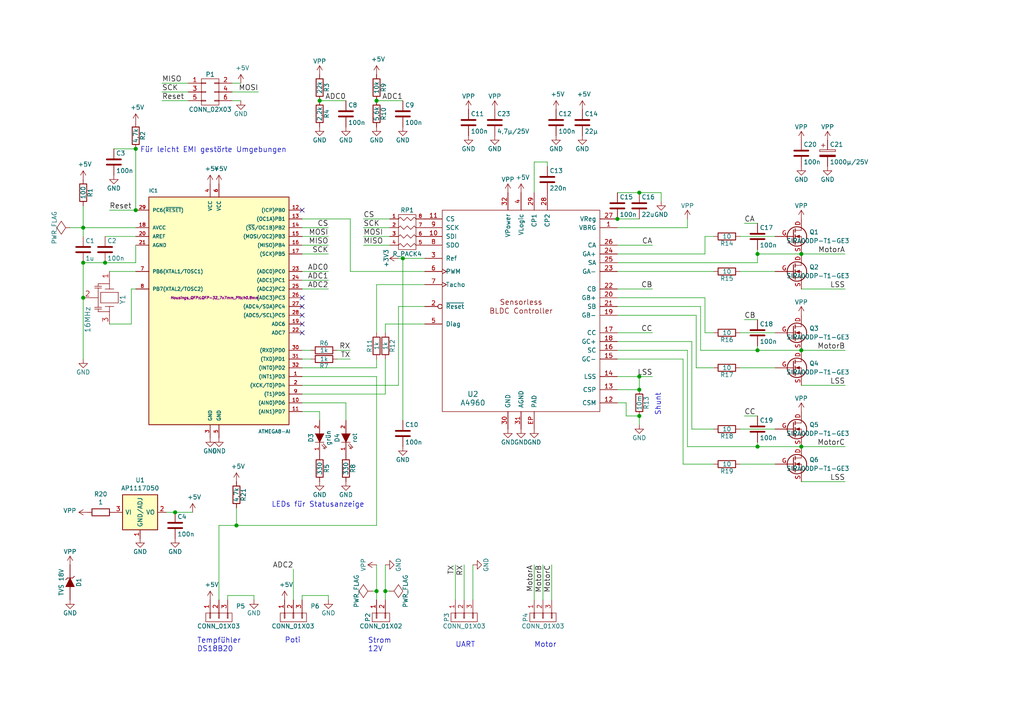
<source format=kicad_sch>
(kicad_sch (version 20210126) (generator eeschema)
  (paper "A4")
  (lib_symbols
    (symbol "A4960-Devboard-rescue:+3.3V" (power) (pin_names (offset 0))
      (property "Value" "+3.3V" (at 0 3.556 0))
      (symbol "+3.3V_1_1"
        (pin power_in line (at 0 0 90) (length 0) hide (name "+3V3") (number "1"))
      )
    )
    (symbol "A4960-Devboard-rescue:+5V" (power) (pin_names (offset 0))
      (property "Value" "+5V" (at 0 3.556 0))
      (symbol "+5V_1_1"
        (pin power_in line (at 0 0 90) (length 0) hide (name "+5V") (number "1"))
      )
    )
    (symbol "A4960-Devboard-rescue:AP1117D50" (pin_names (offset 0.762))
      (property "Reference" "U" (at 2.54 -6.35 0))
      (property "Value" "AP1117D50" (at 0 6.35 0))
      (symbol "AP1117D50_1_1"
        (pin power_in line (at 0 -7.62 90) (length 2.54) (name "GND/ADJ") (number "1"))
        (pin power_out line (at 7.62 0 180) (length 2.54) (name "VO") (number "2"))
        (pin power_in line (at -7.62 0 0) (length 2.54) (name "VI") (number "3"))
      )
    )
    (symbol "A4960-Devboard-rescue:ATMEGA8-AI" (pin_names (offset 1.016))
      (property "Reference" "IC" (at -19.05 30.48 0))
      (property "Value" "ATMEGA8-AI" (at 12.7 -39.37 0))
      (property "Footprint" "TQFP32" (at 0 0 0))
      (symbol "ATMEGA8-AI_1_1"
        (pin bidirectional line (at 25.4 -22.86 180) (length 3.81) (name "(INT1)PD3") (number "1"))
        (pin bidirectional line (at 25.4 -30.48 180) (length 3.81) (name "(AIN0)PD6") (number "10"))
        (pin bidirectional line (at 25.4 -33.02 180) (length 3.81) (name "(AIN1)PD7") (number "11"))
        (pin bidirectional line (at 25.4 25.4 180) (length 3.81) (name "(ICP)PB0") (number "12"))
        (pin bidirectional line (at 25.4 22.86 180) (length 3.81) (name "(OC1A)PB1") (number "13"))
        (pin bidirectional line (at 25.4 20.32 180) (length 3.81) (name "(~SS~/OC1B)PB2") (number "14"))
        (pin bidirectional line (at 25.4 17.78 180) (length 3.81) (name "(MOSI/OC2)PB3") (number "15"))
        (pin bidirectional line (at 25.4 15.24 180) (length 3.81) (name "(MISO)PB4") (number "16"))
        (pin bidirectional line (at 25.4 12.7 180) (length 3.81) (name "(SCK)PB5") (number "17"))
        (pin power_in line (at -22.86 20.32 0) (length 3.81) (name "AVCC") (number "18"))
        (pin bidirectional line (at 25.4 -7.62 180) (length 3.81) (name "ADC6") (number "19"))
        (pin bidirectional line (at 25.4 -25.4 180) (length 3.81) (name "(XCK/T0)PD4") (number "2"))
        (pin bidirectional line (at -22.86 17.78 0) (length 3.81) (name "AREF") (number "20"))
        (pin power_in line (at -22.86 15.24 0) (length 3.81) (name "AGND") (number "21"))
        (pin bidirectional line (at 25.4 -10.16 180) (length 3.81) (name "ADC7") (number "22"))
        (pin bidirectional line (at 25.4 7.62 180) (length 3.81) (name "(ADC0)PC0") (number "23"))
        (pin bidirectional line (at 25.4 5.08 180) (length 3.81) (name "(ADC1)PC1") (number "24"))
        (pin bidirectional line (at 25.4 2.54 180) (length 3.81) (name "(ADC2)PC2") (number "25"))
        (pin bidirectional line (at 25.4 0 180) (length 3.81) (name "(ADC3)PC3") (number "26"))
        (pin bidirectional line (at 25.4 -2.54 180) (length 3.81) (name "(ADC4/SDA)PC4") (number "27"))
        (pin bidirectional line (at 25.4 -5.08 180) (length 3.81) (name "(ADC5/SCL)PC5") (number "28"))
        (pin bidirectional line (at -22.86 25.4 0) (length 3.81) (name "PC6(~RESET~)") (number "29"))
        (pin power_in line (at -1.27 -40.64 90) (length 3.81) (name "GND") (number "3"))
        (pin bidirectional line (at 25.4 -15.24 180) (length 3.81) (name "(RXD)PD0") (number "30"))
        (pin bidirectional line (at 25.4 -17.78 180) (length 3.81) (name "(TXD)PD1") (number "31"))
        (pin bidirectional line (at 25.4 -20.32 180) (length 3.81) (name "(INT0)PD2") (number "32"))
        (pin power_in line (at -1.27 33.02 270) (length 3.81) (name "VCC") (number "4"))
        (pin power_in line (at 1.27 -40.64 90) (length 3.81) (name "GND") (number "5"))
        (pin power_in line (at 1.27 33.02 270) (length 3.81) (name "VCC") (number "6"))
        (pin bidirectional line (at -22.86 7.62 0) (length 3.81) (name "PB6(XTAL1/TOSC1)") (number "7"))
        (pin bidirectional line (at -22.86 2.54 0) (length 3.81) (name "PB7(XTAL2/TOSC2)") (number "8"))
        (pin bidirectional line (at 25.4 -27.94 180) (length 3.81) (name "(T1)PD5") (number "9"))
      )
    )
    (symbol "A4960-Devboard-rescue:C" (pin_numbers hide) (pin_names (offset 0.254))
      (property "Reference" "C" (at 0.635 2.54 0))
      (property "Value" "C" (at 0.635 -2.54 0))
      (symbol "C_1_1"
        (pin passive line (at 0 3.81 270) (length 2.794) (name "~") (number "1"))
        (pin passive line (at 0 -3.81 90) (length 2.794) (name "~") (number "2"))
      )
    )
    (symbol "A4960-Devboard-rescue:CONN_01X02" (pin_names (offset 1.016) hide)
      (property "Reference" "P" (at 0 3.81 0))
      (property "Value" "CONN_01X02" (at 2.54 0 90))
      (symbol "CONN_01X02_1_1"
        (pin passive line (at -5.08 1.27 0) (length 3.81) (name "P1") (number "1"))
        (pin passive line (at -5.08 -1.27 0) (length 3.81) (name "P2") (number "2"))
      )
    )
    (symbol "A4960-Devboard-rescue:CONN_01X03" (pin_names (offset 1.016) hide)
      (property "Reference" "P" (at 0 5.08 0))
      (property "Value" "CONN_01X03" (at 2.54 0 90))
      (symbol "CONN_01X03_1_1"
        (pin passive line (at -5.08 2.54 0) (length 3.81) (name "P1") (number "1"))
        (pin passive line (at -5.08 0 0) (length 3.81) (name "P2") (number "2"))
        (pin passive line (at -5.08 -2.54 0) (length 3.81) (name "P3") (number "3"))
      )
    )
    (symbol "A4960-Devboard-rescue:CONN_02X03" (pin_names (offset 0.0254) hide)
      (property "Reference" "P" (at 0 5.08 0))
      (property "Value" "CONN_02X03" (at 0 -5.08 0))
      (symbol "CONN_02X03_1_1"
        (pin passive line (at -6.35 2.54 0) (length 3.81) (name "P1") (number "1"))
        (pin passive line (at 6.35 2.54 180) (length 3.81) (name "P2") (number "2"))
        (pin passive line (at -6.35 0 0) (length 3.81) (name "P3") (number "3"))
        (pin passive line (at 6.35 0 180) (length 3.81) (name "P4") (number "4"))
        (pin passive line (at -6.35 -2.54 0) (length 3.81) (name "P5") (number "5"))
        (pin passive line (at 6.35 -2.54 180) (length 3.81) (name "P6") (number "6"))
      )
    )
    (symbol "A4960-Devboard-rescue:CP" (pin_numbers hide) (pin_names (offset 0.254))
      (property "Reference" "C" (at 0.635 2.54 0))
      (property "Value" "CP" (at 0.635 -2.54 0))
      (symbol "CP_1_1"
        (pin passive line (at 0 3.81 270) (length 2.794) (name "~") (number "1"))
        (pin passive line (at 0 -3.81 90) (length 2.794) (name "~") (number "2"))
      )
    )
    (symbol "A4960-Devboard-rescue:GND" (power) (pin_names (offset 0))
      (property "Value" "GND" (at 0 -3.81 0))
      (symbol "GND_1_1"
        (pin power_in line (at 0 0 270) (length 0) hide (name "GND") (number "1"))
      )
    )
    (symbol "A4960-Devboard-rescue:LED" (pin_names (offset 1.016) hide)
      (property "Reference" "D" (at 0 2.54 0))
      (property "Value" "LED" (at 0 -2.54 0))
      (symbol "LED_1_1"
        (pin passive line (at -5.08 0 0) (length 3.81) (name "K") (number "1"))
        (pin passive line (at 5.08 0 180) (length 3.81) (name "A") (number "2"))
      )
    )
    (symbol "A4960-Devboard-rescue:PWR_FLAG" (power) (pin_numbers hide) (pin_names (offset 0) hide)
      (property "Value" "PWR_FLAG" (at 0 4.572 0))
      (symbol "PWR_FLAG_0_0"
        (pin power_out line (at 0 0 90) (length 0) (name "pwr") (number "1"))
      )
    )
    (symbol "A4960-Devboard-rescue:Q_NMOS_GDS_old" (pin_names (offset 0) hide)
      (property "Reference" "Q" (at 7.62 1.27 0))
      (property "Value" "Q_NMOS_GDS_old" (at 16.51 -1.27 0))
      (symbol "Q_NMOS_GDS_old_1_1"
        (pin passive line (at 2.54 5.08 270) (length 2.54) (name "D") (number "D"))
        (pin input line (at -5.08 0 0) (length 5.334) (name "G") (number "G"))
        (pin passive line (at 2.54 -5.08 90) (length 2.54) (name "S") (number "S"))
      )
    )
    (symbol "A4960-Devboard-rescue:R" (pin_numbers hide) (pin_names (offset 0))
      (property "Reference" "R" (at 2.032 0 90))
      (property "Value" "R" (at 0 0 90))
      (symbol "R_1_1"
        (pin passive line (at 0 3.81 270) (length 1.27) (name "~") (number "1"))
        (pin passive line (at 0 -3.81 90) (length 1.27) (name "~") (number "2"))
      )
    )
    (symbol "A4960-Devboard-rescue:R_PACK4" (pin_names hide)
      (property "Reference" "RP" (at 0 11.43 0))
      (property "Value" "R_PACK4" (at 0 -1.27 0))
      (symbol "R_PACK4_1_1"
        (pin passive line (at -5.08 8.89 0) (length 2.54) (name "P1") (number "1"))
        (pin passive line (at -5.08 6.35 0) (length 2.54) (name "P2") (number "2"))
        (pin passive line (at -5.08 3.81 0) (length 2.54) (name "P3") (number "3"))
        (pin passive line (at -5.08 1.27 0) (length 2.54) (name "P4") (number "4"))
        (pin passive line (at 5.08 1.27 180) (length 2.54) (name "R4") (number "5"))
        (pin passive line (at 5.08 3.81 180) (length 2.54) (name "R3") (number "6"))
        (pin passive line (at 5.08 6.35 180) (length 2.54) (name "R2") (number "7"))
        (pin passive line (at 5.08 8.89 180) (length 2.54) (name "R1") (number "8"))
      )
    )
    (symbol "A4960-Devboard-rescue:VPP" (power) (pin_names (offset 0))
      (property "Value" "VPP" (at 0 3.81 0))
      (symbol "VPP_1_1"
        (pin power_in line (at 0 0 90) (length 0) hide (name "VPP") (number "1"))
      )
    )
    (symbol "A4960-Devboard-rescue:ZENER" (pin_numbers hide) (pin_names (offset 1.016) hide)
      (property "Reference" "D" (at 0 2.54 0))
      (property "Value" "ZENER" (at 0 -2.54 0))
      (symbol "ZENER_1_1"
        (pin passive line (at -5.08 0 0) (length 3.81) (name "K") (number "1"))
        (pin passive line (at 5.08 0 180) (length 3.81) (name "A") (number "2"))
      )
    )
    (symbol "Resonator_3pins:RESONATEUR" (pin_names (offset 0.762) hide)
      (property "Reference" "Y" (at 0.508 5.08 0))
      (property "Value" "RESONATEUR" (at 10.922 -5.08 0))
      (symbol "RESONATEUR_1_1"
        (pin passive line (at -7.62 1.27 0) (length 2.54) (name "1") (number "1"))
        (pin passive line (at 0 -6.35 90) (length 2.54) (name "2") (number "2"))
        (pin passive line (at 7.62 1.27 180) (length 2.54) (name "3") (number "3"))
      )
    )
    (symbol "ph-motor:A4960" (pin_names (offset 1.016))
      (property "Reference" "U" (at -13.97 -26.67 0))
      (property "Value" "A4960" (at -13.97 -26.67 0))
      (symbol "A4960_0_0"
        (text "BLDC Controller" (at 0 0 0) (effects (font (size 1.524 1.524))))
        (text "Sensorless" (at 0 2.54 0) (effects (font (size 1.524 1.524))))
      )
      (symbol "A4960_1_1"
        (pin power_in line (at 27.94 24.13 180) (length 5.08) (name "VBRG") (number "1"))
        (pin input line (at -27.94 21.59 0) (length 5.08) (name "SDI") (number "10"))
        (pin bidirectional line (at -27.94 26.67 0) (length 5.08) (name "CS") (number "11"))
        (pin input line (at 27.94 -26.67 180) (length 5.08) (name "CSM") (number "12"))
        (pin input line (at 27.94 -22.86 180) (length 5.08) (name "CSP") (number "13"))
        (pin input line (at 27.94 -19.05 180) (length 5.08) (name "LSS") (number "14"))
        (pin output line (at 27.94 -13.97 180) (length 5.08) (name "GC-") (number "15"))
        (pin input line (at 27.94 -11.43 180) (length 5.08) (name "SC") (number "16"))
        (pin input line (at 27.94 -6.35 180) (length 5.08) (name "CC") (number "17"))
        (pin output line (at 27.94 -8.89 180) (length 5.08) (name "GC+") (number "18"))
        (pin output line (at 27.94 -1.27 180) (length 5.08) (name "GB-") (number "19"))
        (pin input inverted (at -27.94 1.27 0) (length 5.08) (name "~Reset") (number "2"))
        (pin output line (at 27.94 3.81 180) (length 5.08) (name "GB+") (number "20"))
        (pin input line (at 27.94 1.27 180) (length 5.08) (name "SB") (number "21"))
        (pin input line (at 27.94 6.35 180) (length 5.08) (name "CB") (number "22"))
        (pin output line (at 27.94 11.43 180) (length 5.08) (name "GA-") (number "23"))
        (pin output line (at 27.94 16.51 180) (length 5.08) (name "GA+") (number "24"))
        (pin input line (at 27.94 13.97 180) (length 5.08) (name "SA") (number "25"))
        (pin input line (at 27.94 19.05 180) (length 5.08) (name "CA") (number "26"))
        (pin power_out line (at 27.94 26.67 180) (length 5.08) (name "VReg") (number "27"))
        (pin bidirectional line (at 7.62 34.29 270) (length 5.08) (name "CP2") (number "28"))
        (pin bidirectional line (at 3.81 34.29 270) (length 5.08) (name "CP1") (number "29"))
        (pin input line (at -27.94 15.24 0) (length 5.08) (name "Ref") (number "3"))
        (pin power_in line (at -3.81 -34.29 90) (length 5.08) (name "GND") (number "30"))
        (pin power_in line (at 0 -34.29 90) (length 5.08) (name "AGND") (number "31"))
        (pin power_in line (at -3.81 34.29 270) (length 5.08) (name "VPower") (number "32"))
        (pin power_in line (at 0 34.29 270) (length 5.08) (name "VLogic") (number "4"))
        (pin input line (at -27.94 -3.81 0) (length 5.08) (name "Diag") (number "5"))
        (pin input clock (at -27.94 11.43 0) (length 5.08) (name "PWM") (number "6"))
        (pin output clock (at -27.94 7.62 0) (length 5.08) (name "Tacho") (number "7"))
        (pin output line (at -27.94 19.05 0) (length 5.08) (name "SDO") (number "8"))
        (pin input line (at -27.94 24.13 0) (length 5.08) (name "SCK") (number "9"))
        (pin power_in line (at 3.81 -34.29 90) (length 5.08) (name "PAD") (number "EP"))
      )
    )
  )
  (junction (at 24.13 66.04) (diameter 1.016))
  (junction (at 24.13 76.2) (diameter 1.016))
  (junction (at 24.13 86.36) (diameter 1.016))
  (junction (at 30.48 76.2) (diameter 1.016))
  (junction (at 39.37 43.18) (diameter 1.016))
  (junction (at 39.37 60.96) (diameter 1.016))
  (junction (at 50.8 148.59) (diameter 1.016))
  (junction (at 68.58 152.4) (diameter 1.016))
  (junction (at 92.71 29.21) (diameter 1.016))
  (junction (at 109.22 29.21) (diameter 1.016))
  (junction (at 109.22 171.45) (diameter 1.016))
  (junction (at 111.76 171.45) (diameter 1.016))
  (junction (at 116.84 74.93) (diameter 1.016))
  (junction (at 179.07 63.5) (diameter 1.016))
  (junction (at 185.42 55.88) (diameter 1.016))
  (junction (at 185.42 109.22) (diameter 1.016))
  (junction (at 185.42 113.03) (diameter 1.016))
  (junction (at 185.42 120.65) (diameter 1.016))
  (junction (at 219.71 73.66) (diameter 1.016))
  (junction (at 219.71 101.6) (diameter 1.016))
  (junction (at 219.71 129.54) (diameter 1.016))
  (junction (at 232.41 73.66) (diameter 1.016))
  (junction (at 232.41 101.6) (diameter 1.016))
  (junction (at 232.41 129.54) (diameter 1.016))
  (no_connect (at 87.63 60.96))
  (no_connect (at 87.63 86.36))
  (no_connect (at 87.63 88.9))
  (no_connect (at 87.63 91.44))
  (no_connect (at 87.63 93.98))
  (no_connect (at 87.63 96.52))
  (wire (pts (xy 20.32 66.04) (xy 24.13 66.04)))
  (wire (pts (xy 24.13 59.69) (xy 24.13 66.04)))
  (wire (pts (xy 24.13 66.04) (xy 24.13 68.58)))
  (wire (pts (xy 24.13 66.04) (xy 39.37 66.04)))
  (wire (pts (xy 24.13 76.2) (xy 24.13 86.36)))
  (wire (pts (xy 24.13 76.2) (xy 30.48 76.2)))
  (wire (pts (xy 24.13 86.36) (xy 24.13 104.14)))
  (wire (pts (xy 30.48 76.2) (xy 39.37 76.2)))
  (wire (pts (xy 31.75 60.96) (xy 39.37 60.96)))
  (wire (pts (xy 33.02 43.18) (xy 39.37 43.18)))
  (wire (pts (xy 38.1 83.82) (xy 38.1 93.98)))
  (wire (pts (xy 38.1 93.98) (xy 31.75 93.98)))
  (wire (pts (xy 39.37 43.18) (xy 39.37 60.96)))
  (wire (pts (xy 39.37 68.58) (xy 30.48 68.58)))
  (wire (pts (xy 39.37 76.2) (xy 39.37 71.12)))
  (wire (pts (xy 39.37 78.74) (xy 31.75 78.74)))
  (wire (pts (xy 39.37 83.82) (xy 38.1 83.82)))
  (wire (pts (xy 48.26 148.59) (xy 50.8 148.59)))
  (wire (pts (xy 50.8 148.59) (xy 55.88 148.59)))
  (wire (pts (xy 54.61 24.13) (xy 46.99 24.13)))
  (wire (pts (xy 54.61 26.67) (xy 46.99 26.67)))
  (wire (pts (xy 54.61 29.21) (xy 46.99 29.21)))
  (wire (pts (xy 63.5 152.4) (xy 63.5 173.99)))
  (wire (pts (xy 66.04 172.72) (xy 73.66 172.72)))
  (wire (pts (xy 66.04 173.99) (xy 66.04 172.72)))
  (wire (pts (xy 67.31 26.67) (xy 74.93 26.67)))
  (wire (pts (xy 67.31 29.21) (xy 69.85 29.21)))
  (wire (pts (xy 68.58 147.32) (xy 68.58 152.4)))
  (wire (pts (xy 68.58 152.4) (xy 63.5 152.4)))
  (wire (pts (xy 69.85 24.13) (xy 67.31 24.13)))
  (wire (pts (xy 73.66 172.72) (xy 73.66 173.99)))
  (wire (pts (xy 85.09 165.1) (xy 85.09 173.99)))
  (wire (pts (xy 87.63 66.04) (xy 95.25 66.04)))
  (wire (pts (xy 87.63 68.58) (xy 95.25 68.58)))
  (wire (pts (xy 87.63 71.12) (xy 95.25 71.12)))
  (wire (pts (xy 87.63 73.66) (xy 95.25 73.66)))
  (wire (pts (xy 87.63 78.74) (xy 95.25 78.74)))
  (wire (pts (xy 87.63 83.82) (xy 95.25 83.82)))
  (wire (pts (xy 87.63 101.6) (xy 90.17 101.6)))
  (wire (pts (xy 87.63 104.14) (xy 90.17 104.14)))
  (wire (pts (xy 87.63 106.68) (xy 109.22 106.68)))
  (wire (pts (xy 87.63 109.22) (xy 109.22 109.22)))
  (wire (pts (xy 87.63 111.76) (xy 115.57 111.76)))
  (wire (pts (xy 87.63 116.84) (xy 100.33 116.84)))
  (wire (pts (xy 87.63 172.72) (xy 95.25 172.72)))
  (wire (pts (xy 87.63 173.99) (xy 87.63 172.72)))
  (wire (pts (xy 92.71 29.21) (xy 100.33 29.21)))
  (wire (pts (xy 92.71 119.38) (xy 87.63 119.38)))
  (wire (pts (xy 92.71 121.92) (xy 92.71 119.38)))
  (wire (pts (xy 95.25 81.28) (xy 87.63 81.28)))
  (wire (pts (xy 95.25 172.72) (xy 95.25 173.99)))
  (wire (pts (xy 97.79 104.14) (xy 101.6 104.14)))
  (wire (pts (xy 100.33 116.84) (xy 100.33 121.92)))
  (wire (pts (xy 101.6 63.5) (xy 87.63 63.5)))
  (wire (pts (xy 101.6 78.74) (xy 101.6 63.5)))
  (wire (pts (xy 101.6 101.6) (xy 97.79 101.6)))
  (wire (pts (xy 105.41 63.5) (xy 113.03 63.5)))
  (wire (pts (xy 105.41 66.04) (xy 113.03 66.04)))
  (wire (pts (xy 105.41 68.58) (xy 113.03 68.58)))
  (wire (pts (xy 105.41 71.12) (xy 113.03 71.12)))
  (wire (pts (xy 107.95 171.45) (xy 109.22 171.45)))
  (wire (pts (xy 109.22 29.21) (xy 116.84 29.21)))
  (wire (pts (xy 109.22 82.55) (xy 123.19 82.55)))
  (wire (pts (xy 109.22 96.52) (xy 109.22 82.55)))
  (wire (pts (xy 109.22 106.68) (xy 109.22 104.14)))
  (wire (pts (xy 109.22 109.22) (xy 109.22 152.4)))
  (wire (pts (xy 109.22 152.4) (xy 68.58 152.4)))
  (wire (pts (xy 109.22 163.83) (xy 109.22 171.45)))
  (wire (pts (xy 109.22 171.45) (xy 109.22 173.99)))
  (wire (pts (xy 111.76 93.98) (xy 123.19 93.98)))
  (wire (pts (xy 111.76 96.52) (xy 111.76 93.98)))
  (wire (pts (xy 111.76 104.14) (xy 111.76 114.3)))
  (wire (pts (xy 111.76 114.3) (xy 87.63 114.3)))
  (wire (pts (xy 111.76 163.83) (xy 111.76 171.45)))
  (wire (pts (xy 111.76 171.45) (xy 111.76 173.99)))
  (wire (pts (xy 113.03 171.45) (xy 111.76 171.45)))
  (wire (pts (xy 115.57 74.93) (xy 116.84 74.93)))
  (wire (pts (xy 115.57 88.9) (xy 123.19 88.9)))
  (wire (pts (xy 115.57 111.76) (xy 115.57 88.9)))
  (wire (pts (xy 116.84 74.93) (xy 116.84 121.92)))
  (wire (pts (xy 116.84 74.93) (xy 123.19 74.93)))
  (wire (pts (xy 123.19 78.74) (xy 101.6 78.74)))
  (wire (pts (xy 132.08 163.83) (xy 132.08 173.99)))
  (wire (pts (xy 134.62 173.99) (xy 134.62 163.83)))
  (wire (pts (xy 137.16 163.83) (xy 137.16 173.99)))
  (wire (pts (xy 154.94 46.99) (xy 154.94 55.88)))
  (wire (pts (xy 154.94 173.99) (xy 154.94 163.83)))
  (wire (pts (xy 157.48 163.83) (xy 157.48 173.99)))
  (wire (pts (xy 158.75 46.99) (xy 154.94 46.99)))
  (wire (pts (xy 158.75 48.26) (xy 158.75 46.99)))
  (wire (pts (xy 160.02 173.99) (xy 160.02 163.83)))
  (wire (pts (xy 179.07 55.88) (xy 185.42 55.88)))
  (wire (pts (xy 179.07 66.04) (xy 199.39 66.04)))
  (wire (pts (xy 179.07 71.12) (xy 189.23 71.12)))
  (wire (pts (xy 179.07 73.66) (xy 204.47 73.66)))
  (wire (pts (xy 179.07 78.74) (xy 207.01 78.74)))
  (wire (pts (xy 179.07 83.82) (xy 189.23 83.82)))
  (wire (pts (xy 179.07 86.36) (xy 204.47 86.36)))
  (wire (pts (xy 179.07 88.9) (xy 203.2 88.9)))
  (wire (pts (xy 179.07 91.44) (xy 201.93 91.44)))
  (wire (pts (xy 179.07 96.52) (xy 189.23 96.52)))
  (wire (pts (xy 179.07 99.06) (xy 200.66 99.06)))
  (wire (pts (xy 179.07 104.14) (xy 198.12 104.14)))
  (wire (pts (xy 179.07 109.22) (xy 185.42 109.22)))
  (wire (pts (xy 179.07 113.03) (xy 185.42 113.03)))
  (wire (pts (xy 179.07 116.84) (xy 181.61 116.84)))
  (wire (pts (xy 181.61 116.84) (xy 181.61 120.65)))
  (wire (pts (xy 181.61 120.65) (xy 185.42 120.65)))
  (wire (pts (xy 185.42 55.88) (xy 191.77 55.88)))
  (wire (pts (xy 185.42 63.5) (xy 179.07 63.5)))
  (wire (pts (xy 185.42 109.22) (xy 189.23 109.22)))
  (wire (pts (xy 185.42 113.03) (xy 185.42 109.22)))
  (wire (pts (xy 185.42 120.65) (xy 185.42 123.19)))
  (wire (pts (xy 191.77 55.88) (xy 191.77 58.42)))
  (wire (pts (xy 198.12 104.14) (xy 198.12 134.62)))
  (wire (pts (xy 198.12 134.62) (xy 207.01 134.62)))
  (wire (pts (xy 199.39 66.04) (xy 199.39 63.5)))
  (wire (pts (xy 199.39 101.6) (xy 179.07 101.6)))
  (wire (pts (xy 199.39 129.54) (xy 199.39 101.6)))
  (wire (pts (xy 199.39 129.54) (xy 219.71 129.54)))
  (wire (pts (xy 200.66 99.06) (xy 200.66 124.46)))
  (wire (pts (xy 200.66 124.46) (xy 207.01 124.46)))
  (wire (pts (xy 201.93 91.44) (xy 201.93 106.68)))
  (wire (pts (xy 201.93 106.68) (xy 207.01 106.68)))
  (wire (pts (xy 203.2 88.9) (xy 203.2 101.6)))
  (wire (pts (xy 203.2 101.6) (xy 219.71 101.6)))
  (wire (pts (xy 204.47 68.58) (xy 207.01 68.58)))
  (wire (pts (xy 204.47 73.66) (xy 204.47 68.58)))
  (wire (pts (xy 204.47 86.36) (xy 204.47 96.52)))
  (wire (pts (xy 204.47 96.52) (xy 207.01 96.52)))
  (wire (pts (xy 215.9 64.77) (xy 219.71 64.77)))
  (wire (pts (xy 215.9 120.65) (xy 219.71 120.65)))
  (wire (pts (xy 219.71 72.39) (xy 219.71 73.66)))
  (wire (pts (xy 219.71 73.66) (xy 219.71 76.2)))
  (wire (pts (xy 219.71 73.66) (xy 232.41 73.66)))
  (wire (pts (xy 219.71 76.2) (xy 179.07 76.2)))
  (wire (pts (xy 219.71 92.71) (xy 215.9 92.71)))
  (wire (pts (xy 219.71 101.6) (xy 219.71 100.33)))
  (wire (pts (xy 219.71 101.6) (xy 232.41 101.6)))
  (wire (pts (xy 219.71 129.54) (xy 219.71 128.27)))
  (wire (pts (xy 219.71 129.54) (xy 232.41 129.54)))
  (wire (pts (xy 224.79 68.58) (xy 214.63 68.58)))
  (wire (pts (xy 224.79 78.74) (xy 214.63 78.74)))
  (wire (pts (xy 224.79 96.52) (xy 214.63 96.52)))
  (wire (pts (xy 224.79 106.68) (xy 214.63 106.68)))
  (wire (pts (xy 224.79 124.46) (xy 214.63 124.46)))
  (wire (pts (xy 224.79 134.62) (xy 214.63 134.62)))
  (wire (pts (xy 232.41 73.66) (xy 245.11 73.66)))
  (wire (pts (xy 232.41 101.6) (xy 245.11 101.6)))
  (wire (pts (xy 232.41 111.76) (xy 245.11 111.76)))
  (wire (pts (xy 232.41 129.54) (xy 245.11 129.54)))
  (wire (pts (xy 245.11 83.82) (xy 232.41 83.82)))
  (wire (pts (xy 245.11 139.7) (xy 232.41 139.7)))
  (text "Für leicht EMI gestörte Umgebungen\n" (at 40.64 44.45 0) (effects (font (size 1.524 1.524)) (justify left bottom)))
  (text "Tempfühler\nDS18B20" (at 57.15 189.23 0) (effects (font (size 1.524 1.524)) (justify left bottom)))
  (text "LEDs für Statusanzeige" (at 78.74 147.32 0) (effects (font (size 1.524 1.524)) (justify left bottom)))
  (text "Poti" (at 82.55 186.69 0) (effects (font (size 1.524 1.524)) (justify left bottom)))
  (text "Strom\n12V" (at 106.68 189.23 0) (effects (font (size 1.524 1.524)) (justify left bottom)))
  (text "UART" (at 132.08 187.96 0) (effects (font (size 1.524 1.524)) (justify left bottom)))
  (text "Motor" (at 154.94 187.96 0) (effects (font (size 1.524 1.524)) (justify left bottom)))
  (text "Shunt" (at 191.77 120.65 90) (effects (font (size 1.524 1.524)) (justify left bottom)))
  (label "Reset" (at 31.75 60.96 0) (effects (font (size 1.524 1.524))))
  (label "MISO" (at 46.99 24.13 0) (effects (font (size 1.524 1.524))))
  (label "SCK" (at 46.99 26.67 0) (effects (font (size 1.524 1.524))))
  (label "Reset" (at 46.99 29.21 0) (effects (font (size 1.524 1.524))))
  (label "MOSI" (at 74.93 26.67 180) (effects (font (size 1.524 1.524))))
  (label "ADC2" (at 85.09 165.1 180) (effects (font (size 1.524 1.524))))
  (label "CS" (at 95.25 66.04 180) (effects (font (size 1.524 1.524))))
  (label "MOSI" (at 95.25 68.58 180) (effects (font (size 1.524 1.524))))
  (label "MISO" (at 95.25 71.12 180) (effects (font (size 1.524 1.524))))
  (label "SCK" (at 95.25 73.66 180) (effects (font (size 1.524 1.524))))
  (label "ADC0" (at 95.25 78.74 180) (effects (font (size 1.524 1.524))))
  (label "ADC1" (at 95.25 81.28 180) (effects (font (size 1.524 1.524))))
  (label "ADC2" (at 95.25 83.82 180) (effects (font (size 1.524 1.524))))
  (label "ADC0" (at 100.33 29.21 180) (effects (font (size 1.524 1.524))))
  (label "RX" (at 101.6 101.6 180) (effects (font (size 1.524 1.524))))
  (label "TX" (at 101.6 104.14 180) (effects (font (size 1.524 1.524))))
  (label "CS" (at 105.41 63.5 0) (effects (font (size 1.524 1.524))))
  (label "SCK" (at 105.41 66.04 0) (effects (font (size 1.524 1.524))))
  (label "MOSI" (at 105.41 68.58 0) (effects (font (size 1.524 1.524))))
  (label "MISO" (at 105.41 71.12 0) (effects (font (size 1.524 1.524))))
  (label "ADC1" (at 116.84 29.21 180) (effects (font (size 1.524 1.524))))
  (label "TX" (at 132.08 163.83 270) (effects (font (size 1.524 1.524))))
  (label "RX" (at 134.62 163.83 270) (effects (font (size 1.524 1.524))))
  (label "MotorA" (at 154.94 163.83 270) (effects (font (size 1.524 1.524))))
  (label "MotorB" (at 157.48 163.83 270) (effects (font (size 1.524 1.524))))
  (label "MotorC" (at 160.02 163.83 270) (effects (font (size 1.524 1.524))))
  (label "CA" (at 189.23 71.12 180) (effects (font (size 1.524 1.524))))
  (label "CB" (at 189.23 83.82 180) (effects (font (size 1.524 1.524))))
  (label "CC" (at 189.23 96.52 180) (effects (font (size 1.524 1.524))))
  (label "LSS" (at 189.23 109.22 180) (effects (font (size 1.524 1.524))))
  (label "CA" (at 215.9 64.77 0) (effects (font (size 1.524 1.524))))
  (label "CB" (at 215.9 92.71 0) (effects (font (size 1.524 1.524))))
  (label "CC" (at 215.9 120.65 0) (effects (font (size 1.524 1.524))))
  (label "MotorA" (at 245.11 73.66 180) (effects (font (size 1.524 1.524))))
  (label "LSS" (at 245.11 83.82 180) (effects (font (size 1.524 1.524))))
  (label "MotorB" (at 245.11 101.6 180) (effects (font (size 1.524 1.524))))
  (label "LSS" (at 245.11 111.76 180) (effects (font (size 1.524 1.524))))
  (label "MotorC" (at 245.11 129.54 180) (effects (font (size 1.524 1.524))))
  (label "LSS" (at 245.11 139.7 180) (effects (font (size 1.524 1.524))))
  (symbol (lib_id "A4960-Devboard-rescue:VPP") (at 20.32 163.83 0) (unit 1)
    (property "Reference" "#PWR041" (effects hide))
    (property "Value" "VPP" (at 20.32 160.02 0))
  )
  (symbol (lib_id "A4960-Devboard-rescue:+5V") (at 24.13 52.07 0) (unit 1)
    (property "Reference" "#PWR049" (effects hide))
    (property "Value" "+5V" (at 24.5872 47.6504 0))
  )
  (symbol (lib_id "A4960-Devboard-rescue:VPP") (at 25.4 148.59 90) (unit 1)
    (property "Reference" "#PWR056" (effects hide))
    (property "Value" "VPP" (at 22.1742 148.1328 90) (effects (justify left)))
  )
  (symbol (lib_id "A4960-Devboard-rescue:+5V") (at 39.37 35.56 0) (unit 1)
    (property "Reference" "#PWR045" (effects hide))
    (property "Value" "+5V" (at 39.8272 31.1404 0))
  )
  (symbol (lib_id "A4960-Devboard-rescue:+5V") (at 55.88 148.59 0) (unit 1)
    (property "Reference" "#PWR057" (effects hide))
    (property "Value" "+5V" (at 56.3372 144.1704 0))
  )
  (symbol (lib_id "A4960-Devboard-rescue:+5V") (at 60.96 53.34 0) (unit 1)
    (property "Reference" "#PWR047" (effects hide))
    (property "Value" "+5V" (at 61.4172 48.9204 0))
  )
  (symbol (lib_id "A4960-Devboard-rescue:+5V") (at 60.96 173.99 0) (unit 1)
    (property "Reference" "#PWR054" (effects hide))
    (property "Value" "+5V" (at 61.4172 169.5704 0))
  )
  (symbol (lib_id "A4960-Devboard-rescue:+5V") (at 63.5 53.34 0) (unit 1)
    (property "Reference" "#PWR048" (effects hide))
    (property "Value" "+5V" (at 63.9572 48.9204 0))
  )
  (symbol (lib_id "A4960-Devboard-rescue:+5V") (at 68.58 139.7 0) (unit 1)
    (property "Reference" "#PWR059" (effects hide))
    (property "Value" "+5V" (at 69.0372 135.2804 0))
  )
  (symbol (lib_id "A4960-Devboard-rescue:+5V") (at 69.85 24.13 0) (unit 1)
    (property "Reference" "#PWR046" (effects hide))
    (property "Value" "+5V" (at 70.3072 19.7104 0))
  )
  (symbol (lib_id "A4960-Devboard-rescue:+5V") (at 82.55 173.99 0) (unit 1)
    (property "Reference" "#PWR055" (effects hide))
    (property "Value" "+5V" (at 83.0072 169.5704 0))
  )
  (symbol (lib_id "A4960-Devboard-rescue:VPP") (at 92.71 21.59 0) (unit 1)
    (property "Reference" "#PWR024" (effects hide))
    (property "Value" "VPP" (at 92.71 17.78 0))
  )
  (symbol (lib_id "A4960-Devboard-rescue:+5V") (at 109.22 21.59 0) (unit 1)
    (property "Reference" "#PWR050" (effects hide))
    (property "Value" "+5V" (at 109.6772 17.1704 0))
  )
  (symbol (lib_id "A4960-Devboard-rescue:VPP") (at 109.22 163.83 90) (unit 1)
    (property "Reference" "#PWR034" (effects hide))
    (property "Value" "VPP" (at 105.41 163.83 0))
  )
  (symbol (lib_id "A4960-Devboard-rescue:+3.3V") (at 115.57 74.93 90) (unit 1)
    (property "Reference" "#PWR042" (effects hide))
    (property "Value" "+3.3V" (at 112.014 74.93 0))
  )
  (symbol (lib_id "A4960-Devboard-rescue:VPP") (at 135.89 31.75 0) (unit 1)
    (property "Reference" "#PWR02" (effects hide))
    (property "Value" "VPP" (at 135.89 27.94 0))
  )
  (symbol (lib_id "A4960-Devboard-rescue:VPP") (at 143.51 31.75 0) (unit 1)
    (property "Reference" "#PWR039" (effects hide))
    (property "Value" "VPP" (at 143.51 27.94 0))
  )
  (symbol (lib_id "A4960-Devboard-rescue:VPP") (at 147.32 55.88 0) (unit 1)
    (property "Reference" "#PWR01" (effects hide))
    (property "Value" "VPP" (at 147.32 52.07 0))
  )
  (symbol (lib_id "A4960-Devboard-rescue:+5V") (at 151.13 55.88 0) (unit 1)
    (property "Reference" "#PWR053" (effects hide))
    (property "Value" "+5V" (at 151.5872 51.4604 0))
  )
  (symbol (lib_id "A4960-Devboard-rescue:+5V") (at 161.29 31.75 0) (unit 1)
    (property "Reference" "#PWR051" (effects hide))
    (property "Value" "+5V" (at 161.7472 27.3304 0))
  )
  (symbol (lib_id "A4960-Devboard-rescue:+5V") (at 168.91 31.75 0) (unit 1)
    (property "Reference" "#PWR052" (effects hide))
    (property "Value" "+5V" (at 169.3672 27.3304 0))
  )
  (symbol (lib_id "A4960-Devboard-rescue:VPP") (at 199.39 63.5 0) (unit 1)
    (property "Reference" "#PWR018" (effects hide))
    (property "Value" "VPP" (at 199.39 59.69 0))
  )
  (symbol (lib_id "A4960-Devboard-rescue:VPP") (at 232.41 40.64 0) (unit 1)
    (property "Reference" "#PWR014" (effects hide))
    (property "Value" "VPP" (at 232.41 36.83 0))
  )
  (symbol (lib_id "A4960-Devboard-rescue:VPP") (at 232.41 63.5 0) (unit 1)
    (property "Reference" "#PWR09" (effects hide))
    (property "Value" "VPP" (at 232.41 59.69 0))
  )
  (symbol (lib_id "A4960-Devboard-rescue:VPP") (at 232.41 91.44 0) (unit 1)
    (property "Reference" "#PWR011" (effects hide))
    (property "Value" "VPP" (at 232.41 87.63 0))
  )
  (symbol (lib_id "A4960-Devboard-rescue:VPP") (at 232.41 119.38 0) (unit 1)
    (property "Reference" "#PWR012" (effects hide))
    (property "Value" "VPP" (at 232.41 115.57 0))
  )
  (symbol (lib_id "A4960-Devboard-rescue:VPP") (at 240.03 40.64 0) (unit 1)
    (property "Reference" "#PWR017" (effects hide))
    (property "Value" "VPP" (at 240.03 36.83 0))
  )
  (symbol (lib_id "A4960-Devboard-rescue:GND") (at 20.32 173.99 0) (unit 1)
    (property "Reference" "#PWR031" (effects hide))
    (property "Value" "GND" (at 20.32 177.8 0))
  )
  (symbol (lib_id "A4960-Devboard-rescue:GND") (at 24.13 104.14 0) (unit 1)
    (property "Reference" "#PWR021" (effects hide))
    (property "Value" "GND" (at 24.13 107.95 0))
  )
  (symbol (lib_id "A4960-Devboard-rescue:GND") (at 33.02 50.8 0) (unit 1)
    (property "Reference" "#PWR023" (effects hide))
    (property "Value" "GND" (at 33.02 54.61 0))
  )
  (symbol (lib_id "A4960-Devboard-rescue:GND") (at 40.64 156.21 0) (unit 1)
    (property "Reference" "#PWR019" (effects hide))
    (property "Value" "GND" (at 40.64 160.02 0))
  )
  (symbol (lib_id "A4960-Devboard-rescue:GND") (at 50.8 156.21 0) (unit 1)
    (property "Reference" "#PWR058" (effects hide))
    (property "Value" "GND" (at 50.8 160.02 0))
  )
  (symbol (lib_id "A4960-Devboard-rescue:GND") (at 60.96 127 0) (unit 1)
    (property "Reference" "#PWR020" (effects hide))
    (property "Value" "GND" (at 60.96 130.81 0))
  )
  (symbol (lib_id "A4960-Devboard-rescue:GND") (at 63.5 127 0) (unit 1)
    (property "Reference" "#PWR?" (effects hide))
    (property "Value" "GND" (at 63.5 130.81 0))
  )
  (symbol (lib_id "A4960-Devboard-rescue:GND") (at 69.85 29.21 0) (unit 1)
    (property "Reference" "#PWR022" (effects hide))
    (property "Value" "GND" (at 69.85 33.02 0))
  )
  (symbol (lib_id "A4960-Devboard-rescue:GND") (at 73.66 173.99 0) (unit 1)
    (property "Reference" "#PWR044" (effects hide))
    (property "Value" "GND" (at 73.66 177.8 0))
  )
  (symbol (lib_id "A4960-Devboard-rescue:GND") (at 92.71 36.83 0) (unit 1)
    (property "Reference" "#PWR025" (effects hide))
    (property "Value" "GND" (at 92.71 40.64 0))
  )
  (symbol (lib_id "A4960-Devboard-rescue:GND") (at 92.71 139.7 0) (unit 1)
    (property "Reference" "#PWR029" (effects hide))
    (property "Value" "GND" (at 92.71 143.51 0))
  )
  (symbol (lib_id "A4960-Devboard-rescue:GND") (at 95.25 173.99 0) (unit 1)
    (property "Reference" "#PWR043" (effects hide))
    (property "Value" "GND" (at 95.25 177.8 0))
  )
  (symbol (lib_id "A4960-Devboard-rescue:GND") (at 100.33 36.83 0) (unit 1)
    (property "Reference" "#PWR026" (effects hide))
    (property "Value" "GND" (at 100.33 40.64 0))
  )
  (symbol (lib_id "A4960-Devboard-rescue:GND") (at 100.33 139.7 0) (unit 1)
    (property "Reference" "#PWR030" (effects hide))
    (property "Value" "GND" (at 100.33 143.51 0))
  )
  (symbol (lib_id "A4960-Devboard-rescue:GND") (at 109.22 36.83 0) (unit 1)
    (property "Reference" "#PWR027" (effects hide))
    (property "Value" "GND" (at 109.22 40.64 0))
  )
  (symbol (lib_id "A4960-Devboard-rescue:GND") (at 111.76 163.83 90) (unit 1)
    (property "Reference" "#PWR033" (effects hide))
    (property "Value" "GND" (at 115.57 163.83 0))
  )
  (symbol (lib_id "A4960-Devboard-rescue:GND") (at 116.84 36.83 0) (unit 1)
    (property "Reference" "#PWR028" (effects hide))
    (property "Value" "GND" (at 116.84 40.64 0))
  )
  (symbol (lib_id "A4960-Devboard-rescue:GND") (at 116.84 129.54 0) (unit 1)
    (property "Reference" "#PWR035" (effects hide))
    (property "Value" "GND" (at 116.84 133.35 0))
  )
  (symbol (lib_id "A4960-Devboard-rescue:GND") (at 135.89 39.37 0) (unit 1)
    (property "Reference" "#PWR05" (effects hide))
    (property "Value" "GND" (at 135.89 43.18 0))
  )
  (symbol (lib_id "A4960-Devboard-rescue:GND") (at 137.16 163.83 90) (unit 1)
    (property "Reference" "#PWR032" (effects hide))
    (property "Value" "GND" (at 140.97 163.83 0))
  )
  (symbol (lib_id "A4960-Devboard-rescue:GND") (at 143.51 39.37 0) (unit 1)
    (property "Reference" "#PWR040" (effects hide))
    (property "Value" "GND" (at 143.51 43.18 0))
  )
  (symbol (lib_id "A4960-Devboard-rescue:GND") (at 147.32 124.46 0) (unit 1)
    (property "Reference" "#PWR06" (effects hide))
    (property "Value" "GND" (at 147.32 128.27 0))
  )
  (symbol (lib_id "A4960-Devboard-rescue:GND") (at 151.13 124.46 0) (unit 1)
    (property "Reference" "#PWR07" (effects hide))
    (property "Value" "GND" (at 151.13 128.27 0))
  )
  (symbol (lib_id "A4960-Devboard-rescue:GND") (at 154.94 124.46 0) (unit 1)
    (property "Reference" "#PWR08" (effects hide))
    (property "Value" "GND" (at 154.94 128.27 0))
  )
  (symbol (lib_id "A4960-Devboard-rescue:GND") (at 161.29 39.37 0) (unit 1)
    (property "Reference" "#PWR04" (effects hide))
    (property "Value" "GND" (at 161.29 43.18 0))
  )
  (symbol (lib_id "A4960-Devboard-rescue:GND") (at 168.91 39.37 0) (unit 1)
    (property "Reference" "#PWR03" (effects hide))
    (property "Value" "GND" (at 168.91 43.18 0))
  )
  (symbol (lib_id "A4960-Devboard-rescue:GND") (at 185.42 123.19 0) (unit 1)
    (property "Reference" "#PWR013" (effects hide))
    (property "Value" "GND" (at 185.42 127 0))
  )
  (symbol (lib_id "A4960-Devboard-rescue:GND") (at 191.77 58.42 0) (unit 1)
    (property "Reference" "#PWR010" (effects hide))
    (property "Value" "GND" (at 191.77 62.23 0))
  )
  (symbol (lib_id "A4960-Devboard-rescue:GND") (at 232.41 48.26 0) (unit 1)
    (property "Reference" "#PWR015" (effects hide))
    (property "Value" "GND" (at 232.41 52.07 0))
  )
  (symbol (lib_id "A4960-Devboard-rescue:GND") (at 240.03 48.26 0) (unit 1)
    (property "Reference" "#PWR016" (effects hide))
    (property "Value" "GND" (at 240.03 52.07 0))
  )
  (symbol (lib_id "A4960-Devboard-rescue:PWR_FLAG") (at 20.32 66.04 90) (unit 1)
    (property "Reference" "#FLG038" (effects hide))
    (property "Value" "PWR_FLAG" (at 15.748 66.04 0))
  )
  (symbol (lib_id "A4960-Devboard-rescue:PWR_FLAG") (at 107.95 171.45 90) (unit 1)
    (property "Reference" "#FLG036" (effects hide))
    (property "Value" "PWR_FLAG" (at 103.378 171.45 0))
  )
  (symbol (lib_id "A4960-Devboard-rescue:PWR_FLAG") (at 113.03 171.45 270) (unit 1)
    (property "Reference" "#FLG037" (effects hide))
    (property "Value" "PWR_FLAG" (at 117.602 171.45 0))
  )
  (symbol (lib_id "A4960-Devboard-rescue:R") (at 24.13 55.88 0) (unit 1)
    (property "Reference" "R1" (at 26.162 55.88 90))
    (property "Value" "100" (at 24.13 55.88 90))
    (property "Footprint" "Resistors_SMD:R_0603" (effects hide))
  )
  (symbol (lib_id "A4960-Devboard-rescue:R") (at 29.21 148.59 270) (unit 1)
    (property "Reference" "R20" (at 29.21 143.3068 90))
    (property "Value" "1" (at 29.21 145.6436 90))
    (property "Footprint" "Resistors_SMD:R_0805" (effects hide))
  )
  (symbol (lib_id "A4960-Devboard-rescue:R") (at 39.37 39.37 0) (unit 1)
    (property "Reference" "R2" (at 41.402 39.37 90))
    (property "Value" "4,7k" (at 39.37 39.37 90))
    (property "Footprint" "Resistors_SMD:R_0603" (effects hide))
  )
  (symbol (lib_id "A4960-Devboard-rescue:R") (at 68.58 143.51 0) (unit 1)
    (property "Reference" "R21" (at 70.612 143.51 90))
    (property "Value" "4,7k" (at 68.58 143.51 90))
    (property "Footprint" "Resistors_SMD:R_0603" (effects hide))
  )
  (symbol (lib_id "A4960-Devboard-rescue:R") (at 92.71 25.4 0) (unit 1)
    (property "Reference" "R3" (at 94.742 25.4 90))
    (property "Value" "22k" (at 92.71 25.4 90))
    (property "Footprint" "Resistors_SMD:R_0603" (effects hide))
  )
  (symbol (lib_id "A4960-Devboard-rescue:R") (at 92.71 33.02 0) (unit 1)
    (property "Reference" "R4" (at 94.742 33.02 90))
    (property "Value" "2,2k" (at 92.71 33.02 90))
    (property "Footprint" "Resistors_SMD:R_0603" (effects hide))
  )
  (symbol (lib_id "A4960-Devboard-rescue:R") (at 92.71 135.89 0) (unit 1)
    (property "Reference" "R5" (at 94.742 135.89 90))
    (property "Value" "330" (at 92.71 135.89 90))
    (property "Footprint" "Resistors_SMD:R_0603" (effects hide))
  )
  (symbol (lib_id "A4960-Devboard-rescue:R") (at 93.98 101.6 90) (unit 1)
    (property "Reference" "R6" (at 93.98 99.568 90))
    (property "Value" "1k" (at 93.98 101.6 90))
    (property "Footprint" "Resistors_SMD:R_0603" (effects hide))
  )
  (symbol (lib_id "A4960-Devboard-rescue:R") (at 93.98 104.14 270) (unit 1)
    (property "Reference" "R7" (at 93.98 106.172 90))
    (property "Value" "1k" (at 93.98 104.14 90))
    (property "Footprint" "Resistors_SMD:R_0603" (effects hide))
  )
  (symbol (lib_id "A4960-Devboard-rescue:R") (at 100.33 135.89 0) (unit 1)
    (property "Reference" "R8" (at 102.362 135.89 90))
    (property "Value" "330" (at 100.33 135.89 90))
    (property "Footprint" "Resistors_SMD:R_0603" (effects hide))
  )
  (symbol (lib_id "A4960-Devboard-rescue:R") (at 109.22 25.4 0) (unit 1)
    (property "Reference" "R9" (at 111.252 25.4 90))
    (property "Value" "10k" (at 109.22 25.4 90))
    (property "Footprint" "Resistors_SMD:R_0603" (effects hide))
  )
  (symbol (lib_id "A4960-Devboard-rescue:R") (at 109.22 33.02 0) (unit 1)
    (property "Reference" "R10" (at 111.252 33.02 90))
    (property "Value" "5,6k" (at 109.22 33.02 90))
    (property "Footprint" "Resistors_SMD:R_0603" (effects hide))
  )
  (symbol (lib_id "A4960-Devboard-rescue:R") (at 109.22 100.33 180) (unit 1)
    (property "Reference" "R11" (at 107.188 100.33 90))
    (property "Value" "1k" (at 109.22 100.33 90))
    (property "Footprint" "Resistors_SMD:R_0603" (effects hide))
  )
  (symbol (lib_id "A4960-Devboard-rescue:R") (at 111.76 100.33 0) (unit 1)
    (property "Reference" "R12" (at 113.792 100.33 90))
    (property "Value" "1k" (at 111.76 100.33 90))
    (property "Footprint" "Resistors_SMD:R_0603" (effects hide))
  )
  (symbol (lib_id "A4960-Devboard-rescue:R") (at 185.42 116.84 0) (unit 1)
    (property "Reference" "R13" (at 187.452 116.84 90))
    (property "Value" "10m" (at 185.42 116.84 90))
    (property "Footprint" "Resistors_SMD:R_2512" (effects hide))
    (property "Digikey-Nummer" "RHM.010AUCT-ND" (effects hide))
  )
  (symbol (lib_id "A4960-Devboard-rescue:R") (at 210.82 68.58 270) (unit 1)
    (property "Reference" "R14" (at 210.82 70.612 90))
    (property "Value" "10" (at 210.82 68.58 90))
    (property "Footprint" "Resistors_SMD:R_0603" (effects hide))
  )
  (symbol (lib_id "A4960-Devboard-rescue:R") (at 210.82 78.74 270) (unit 1)
    (property "Reference" "R15" (at 210.82 80.772 90))
    (property "Value" "10" (at 210.82 78.74 90))
    (property "Footprint" "Resistors_SMD:R_0603" (effects hide))
  )
  (symbol (lib_id "A4960-Devboard-rescue:R") (at 210.82 96.52 270) (unit 1)
    (property "Reference" "R16" (at 210.82 98.552 90))
    (property "Value" "10" (at 210.82 96.52 90))
    (property "Footprint" "Resistors_SMD:R_0603" (effects hide))
  )
  (symbol (lib_id "A4960-Devboard-rescue:R") (at 210.82 106.68 270) (unit 1)
    (property "Reference" "R17" (at 210.82 108.712 90))
    (property "Value" "10" (at 210.82 106.68 90))
    (property "Footprint" "Resistors_SMD:R_0603" (effects hide))
  )
  (symbol (lib_id "A4960-Devboard-rescue:R") (at 210.82 124.46 270) (unit 1)
    (property "Reference" "R18" (at 210.82 126.492 90))
    (property "Value" "10" (at 210.82 124.46 90))
    (property "Footprint" "Resistors_SMD:R_0603" (effects hide))
  )
  (symbol (lib_id "A4960-Devboard-rescue:R") (at 210.82 134.62 270) (unit 1)
    (property "Reference" "R19" (at 210.82 136.652 90))
    (property "Value" "10" (at 210.82 134.62 90))
    (property "Footprint" "Resistors_SMD:R_0603" (effects hide))
  )
  (symbol (lib_id "A4960-Devboard-rescue:ZENER") (at 20.32 168.91 270) (unit 1)
    (property "Reference" "D1" (at 22.86 168.91 0))
    (property "Value" "TVS 18V" (at 17.78 168.91 0))
    (property "Footprint" "Diodes_SMD:SOD-123" (effects hide))
  )
  (symbol (lib_id "A4960-Devboard-rescue:CONN_01X02") (at 110.49 179.07 90) (mirror x) (unit 1)
    (property "Reference" "P2" (at 106.68 179.07 0))
    (property "Value" "CONN_01X02" (at 110.49 181.61 90))
    (property "Footprint" "Pin_Headers:Pin_Header_Straight_1x02" (effects hide))
  )
  (symbol (lib_id "A4960-Devboard-rescue:LED") (at 92.71 127 90) (unit 1)
    (property "Reference" "D3" (at 90.17 127 0))
    (property "Value" "grün" (at 95.25 127 0))
    (property "Footprint" "LEDs:LED-0603" (effects hide))
  )
  (symbol (lib_id "A4960-Devboard-rescue:LED") (at 100.33 127 90) (unit 1)
    (property "Reference" "D4" (at 97.79 127 0))
    (property "Value" "rot" (at 102.87 127 0))
    (property "Footprint" "LEDs:LED-0603" (effects hide))
  )
  (symbol (lib_id "A4960-Devboard-rescue:C") (at 24.13 72.39 0) (unit 1)
    (property "Reference" "C1" (at 24.765 69.85 0) (effects (justify left)))
    (property "Value" "1u" (at 24.765 74.93 0) (effects (justify left)))
    (property "Footprint" "Capacitors_SMD:C_0603" (effects hide))
  )
  (symbol (lib_id "A4960-Devboard-rescue:C") (at 30.48 72.39 0) (unit 1)
    (property "Reference" "C2" (at 31.115 69.85 0) (effects (justify left)))
    (property "Value" "100n" (at 31.115 74.93 0) (effects (justify left)))
    (property "Footprint" "Capacitors_SMD:C_0603" (effects hide))
  )
  (symbol (lib_id "A4960-Devboard-rescue:C") (at 33.02 46.99 0) (unit 1)
    (property "Reference" "C3" (at 33.655 44.45 0) (effects (justify left)))
    (property "Value" "100n" (at 33.655 49.53 0) (effects (justify left)))
    (property "Footprint" "Capacitors_SMD:C_0603" (effects hide))
  )
  (symbol (lib_id "A4960-Devboard-rescue:C") (at 50.8 152.4 0) (unit 1)
    (property "Reference" "C4" (at 51.435 149.86 0) (effects (justify left)))
    (property "Value" "100n" (at 51.435 154.94 0) (effects (justify left)))
    (property "Footprint" "Capacitors_SMD:C_0603" (effects hide))
  )
  (symbol (lib_id "A4960-Devboard-rescue:C") (at 100.33 33.02 0) (unit 1)
    (property "Reference" "C8" (at 100.965 30.48 0) (effects (justify left)))
    (property "Value" "100n" (at 100.965 35.56 0) (effects (justify left)))
    (property "Footprint" "Capacitors_SMD:C_0603" (effects hide))
  )
  (symbol (lib_id "A4960-Devboard-rescue:C") (at 116.84 33.02 0) (unit 1)
    (property "Reference" "C9" (at 117.475 30.48 0) (effects (justify left)))
    (property "Value" "100n" (at 117.475 35.56 0) (effects (justify left)))
    (property "Footprint" "Capacitors_SMD:C_0603" (effects hide))
  )
  (symbol (lib_id "A4960-Devboard-rescue:C") (at 116.84 125.73 0) (unit 1)
    (property "Reference" "C10" (at 117.475 123.19 0) (effects (justify left)))
    (property "Value" "100n" (at 117.475 128.27 0) (effects (justify left)))
    (property "Footprint" "Capacitors_SMD:C_0603" (effects hide))
  )
  (symbol (lib_id "A4960-Devboard-rescue:C") (at 135.89 35.56 0) (unit 1)
    (property "Reference" "C11" (at 136.525 33.02 0) (effects (justify left)))
    (property "Value" "100n" (at 136.525 38.1 0) (effects (justify left)))
    (property "Footprint" "Capacitors_SMD:C_0603" (effects hide))
  )
  (symbol (lib_id "A4960-Devboard-rescue:C") (at 143.51 35.56 0) (unit 1)
    (property "Reference" "C23" (at 144.145 33.02 0) (effects (justify left)))
    (property "Value" "4,7µ/25V" (at 144.145 38.1 0) (effects (justify left)))
    (property "Footprint" "Capacitors_SMD:C_1206" (effects hide))
    (property "Herstellername" "C1206C475K3RACTU" (effects hide))
  )
  (symbol (lib_id "A4960-Devboard-rescue:C") (at 158.75 52.07 0) (unit 1)
    (property "Reference" "C13" (at 159.385 49.53 0) (effects (justify left)))
    (property "Value" "220n" (at 159.385 54.61 0) (effects (justify left)))
    (property "Footprint" "Capacitors_SMD:C_0603" (effects hide))
  )
  (symbol (lib_id "A4960-Devboard-rescue:C") (at 161.29 35.56 0) (unit 1)
    (property "Reference" "C12" (at 161.925 33.02 0) (effects (justify left)))
    (property "Value" "100n" (at 161.925 38.1 0) (effects (justify left)))
    (property "Footprint" "Capacitors_SMD:C_0603" (effects hide))
  )
  (symbol (lib_id "A4960-Devboard-rescue:C") (at 168.91 35.56 0) (unit 1)
    (property "Reference" "C14" (at 169.545 33.02 0) (effects (justify left)))
    (property "Value" "22µ" (at 169.545 38.1 0) (effects (justify left)))
    (property "Footprint" "Capacitors_SMD:C_1206" (effects hide))
  )
  (symbol (lib_id "A4960-Devboard-rescue:C") (at 179.07 59.69 0) (unit 1)
    (property "Reference" "C15" (at 179.705 57.15 0) (effects (justify left)))
    (property "Value" "100n" (at 179.705 62.23 0) (effects (justify left)))
    (property "Footprint" "Capacitors_SMD:C_0603" (effects hide))
  )
  (symbol (lib_id "A4960-Devboard-rescue:C") (at 185.42 59.69 0) (unit 1)
    (property "Reference" "C16" (at 186.055 57.15 0) (effects (justify left)))
    (property "Value" "22u" (at 186.055 62.23 0) (effects (justify left)))
    (property "Footprint" "Capacitors_SMD:C_1206" (effects hide))
  )
  (symbol (lib_id "A4960-Devboard-rescue:C") (at 219.71 68.58 0) (unit 1)
    (property "Reference" "C17" (at 220.345 66.04 0) (effects (justify left)))
    (property "Value" "100n" (at 220.345 71.12 0) (effects (justify left)))
    (property "Footprint" "Capacitors_SMD:C_0603" (effects hide))
  )
  (symbol (lib_id "A4960-Devboard-rescue:C") (at 219.71 96.52 0) (unit 1)
    (property "Reference" "C18" (at 220.345 93.98 0) (effects (justify left)))
    (property "Value" "100n" (at 220.345 99.06 0) (effects (justify left)))
    (property "Footprint" "Capacitors_SMD:C_0603" (effects hide))
  )
  (symbol (lib_id "A4960-Devboard-rescue:C") (at 219.71 124.46 0) (unit 1)
    (property "Reference" "C19" (at 220.345 121.92 0) (effects (justify left)))
    (property "Value" "100n" (at 220.345 127 0) (effects (justify left)))
    (property "Footprint" "Capacitors_SMD:C_0603" (effects hide))
  )
  (symbol (lib_id "A4960-Devboard-rescue:C") (at 232.41 44.45 0) (unit 1)
    (property "Reference" "C20" (at 233.045 41.91 0) (effects (justify left)))
    (property "Value" "100n" (at 233.045 46.99 0) (effects (justify left)))
    (property "Footprint" "Capacitors_SMD:C_0603" (effects hide))
  )
  (symbol (lib_id "A4960-Devboard-rescue:CP") (at 240.03 44.45 0) (unit 1)
    (property "Reference" "C21" (at 240.665 41.91 0) (effects (justify left)))
    (property "Value" "1000µ/25V" (at 240.665 46.99 0) (effects (justify left)))
    (property "Footprint" "Capacitors_ThroughHole:C_Radial_D8_L11.5_P3.5" (effects hide))
  )
  (symbol (lib_id "A4960-Devboard-rescue:CONN_01X03") (at 63.5 179.07 90) (mirror x) (unit 1)
    (property "Reference" "P5" (at 68.4276 175.8188 90) (effects (justify right)))
    (property "Value" "CONN_01X03" (at 57.15 181.61 90) (effects (justify right)))
    (property "Footprint" "Pin_Headers:Pin_Header_Straight_1x03" (effects hide))
  )
  (symbol (lib_id "A4960-Devboard-rescue:CONN_01X03") (at 85.09 179.07 90) (mirror x) (unit 1)
    (property "Reference" "P6" (at 90.0176 175.8188 90) (effects (justify right)))
    (property "Value" "CONN_01X03" (at 78.74 181.61 90) (effects (justify right)))
    (property "Footprint" "Pin_Headers:Pin_Header_Straight_1x03" (effects hide))
  )
  (symbol (lib_id "A4960-Devboard-rescue:CONN_01X03") (at 134.62 179.07 90) (mirror x) (unit 1)
    (property "Reference" "P3" (at 129.54 179.07 0))
    (property "Value" "CONN_01X03" (at 134.62 181.61 90))
    (property "Footprint" "Pin_Headers:Pin_Header_Straight_1x03" (effects hide))
  )
  (symbol (lib_id "A4960-Devboard-rescue:CONN_01X03") (at 157.48 179.07 90) (mirror x) (unit 1)
    (property "Reference" "P4" (at 152.4 179.07 0))
    (property "Value" "CONN_01X03" (at 157.48 181.61 90))
    (property "Footprint" "Pin_Headers:Pin_Header_Straight_1x03" (effects hide))
  )
  (symbol (lib_id "A4960-Devboard-rescue:CONN_02X03") (at 60.96 26.67 0) (unit 1)
    (property "Reference" "P1" (at 60.96 21.59 0))
    (property "Value" "CONN_02X03" (at 60.96 31.75 0))
    (property "Footprint" "Pin_Headers:Pin_Header_Straight_2x03" (effects hide))
  )
  (symbol (lib_id "A4960-Devboard-rescue:Q_NMOS_GDS_old") (at 229.87 68.58 0) (unit 1)
    (property "Reference" "Q1" (at 237.49 67.31 0) (effects (justify right)))
    (property "Value" "SIRA00DP-T1-GE3" (at 246.38 69.85 0) (effects (justify right)))
    (property "Footprint" "Sven:SO8_WITH_Heatpipes_New" (effects hide))
  )
  (symbol (lib_id "A4960-Devboard-rescue:Q_NMOS_GDS_old") (at 229.87 78.74 0) (unit 1)
    (property "Reference" "Q2" (at 237.49 77.47 0) (effects (justify right)))
    (property "Value" "SIRA00DP-T1-GE3" (at 246.38 80.01 0) (effects (justify right)))
    (property "Footprint" "Sven:SO8_WITH_Heatpipes_New" (effects hide))
  )
  (symbol (lib_id "A4960-Devboard-rescue:Q_NMOS_GDS_old") (at 229.87 96.52 0) (unit 1)
    (property "Reference" "Q3" (at 237.49 95.25 0) (effects (justify right)))
    (property "Value" "SIRA00DP-T1-GE3" (at 246.38 97.79 0) (effects (justify right)))
    (property "Footprint" "Sven:SO8_WITH_Heatpipes_New" (effects hide))
  )
  (symbol (lib_id "A4960-Devboard-rescue:Q_NMOS_GDS_old") (at 229.87 106.68 0) (unit 1)
    (property "Reference" "Q4" (at 237.49 105.41 0) (effects (justify right)))
    (property "Value" "SIRA00DP-T1-GE3" (at 246.38 107.95 0) (effects (justify right)))
    (property "Footprint" "Sven:SO8_WITH_Heatpipes_New" (effects hide))
  )
  (symbol (lib_id "A4960-Devboard-rescue:Q_NMOS_GDS_old") (at 229.87 124.46 0) (unit 1)
    (property "Reference" "Q5" (at 237.49 123.19 0) (effects (justify right)))
    (property "Value" "SIRA00DP-T1-GE3" (at 246.38 125.73 0) (effects (justify right)))
    (property "Footprint" "Sven:SO8_WITH_Heatpipes_New" (effects hide))
  )
  (symbol (lib_id "A4960-Devboard-rescue:Q_NMOS_GDS_old") (at 229.87 134.62 0) (unit 1)
    (property "Reference" "Q6" (at 237.49 133.35 0) (effects (justify right)))
    (property "Value" "SIRA00DP-T1-GE3" (at 246.38 135.89 0) (effects (justify right)))
    (property "Footprint" "Sven:SO8_WITH_Heatpipes_New" (effects hide))
  )
  (symbol (lib_id "A4960-Devboard-rescue:R_PACK4") (at 118.11 72.39 0) (unit 1)
    (property "Reference" "RP1" (at 118.11 60.96 0))
    (property "Value" "R_PACK4" (at 118.11 73.66 0))
    (property "Footprint" "Resistors_SMD:R_Array_Concave_4x0603" (effects hide))
  )
  (symbol (lib_id "Resonator_3pins:RESONATEUR") (at 30.48 86.36 270) (unit 1)
    (property "Reference" "Y1" (at 35.56 86.868 0) (effects (font (size 1.524 1.524))))
    (property "Value" "16MHz" (at 25.4 92.71 0) (effects (font (size 1.524 1.524))))
    (property "Footprint" "toni:CerOsc_3,2x1,3" (effects hide))
  )
  (symbol (lib_id "A4960-Devboard-rescue:AP1117D50") (at 40.64 148.59 0) (unit 1)
    (property "Reference" "U1" (at 40.64 139.2428 0))
    (property "Value" "AP1117D50" (at 40.64 141.5796 0))
    (property "Footprint" "TO_SOT_Packages_SMD:SOT-223" (effects hide))
  )
  (symbol (lib_id "A4960-Devboard-rescue:ATMEGA8-AI") (at 62.23 86.36 0) (unit 1)
    (property "Reference" "IC1" (at 43.18 55.88 0) (effects (font (size 1.016 1.016)) (justify left bottom)))
    (property "Value" "ATMEGA8-AI" (at 74.93 125.73 0) (effects (font (size 1.016 1.016)) (justify left bottom)))
    (property "Footprint" "Housings_QFP:LQFP-32_7x7mm_Pitch0.8mm" (at 62.23 86.36 0) (effects (font (size 0.762 0.762) italic)))
  )
  (symbol (lib_id "ph-motor:A4960") (at 151.13 90.17 0) (unit 1)
    (property "Reference" "U2" (at 137.16 114.3 0) (effects (font (size 1.524 1.524))))
    (property "Value" "A4960" (at 137.16 116.84 0) (effects (font (size 1.524 1.524))))
    (property "Footprint" "Housings_QFP:TQFP-32_7x7mm_Pitch0.8mm" (effects hide))
    (property "Digikey-Nummer" "620-1452-1-ND" (effects hide))
  )
)
</source>
